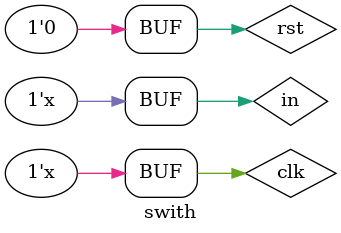
<source format=v>
module swith();
reg clk, rst, in;
wire out;
//level_to_pulse pulse(clk,rst,in,out);
light_switch switch(clk,rst,in,out,pulse);

always
begin
  	
    #5 clk = ~clk;
    end
    always
    #20 in =~in;
initial 
 begin 
 clk =1;
 rst = 1;
 in = 1;
 #10 rst =0;
 end
 endmodule
</source>
